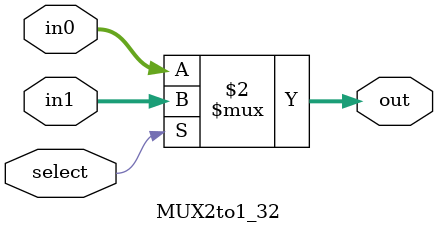
<source format=v>
module MUX2to1_32(in0,in1,select,out);
parameter N = 32;
input select;
input [N-1:0] in1, in0;
output reg [N-1:0] out;
always @(select,in0,in1)
begin
out = (select ?in1 : in0);
end
endmodule


</source>
